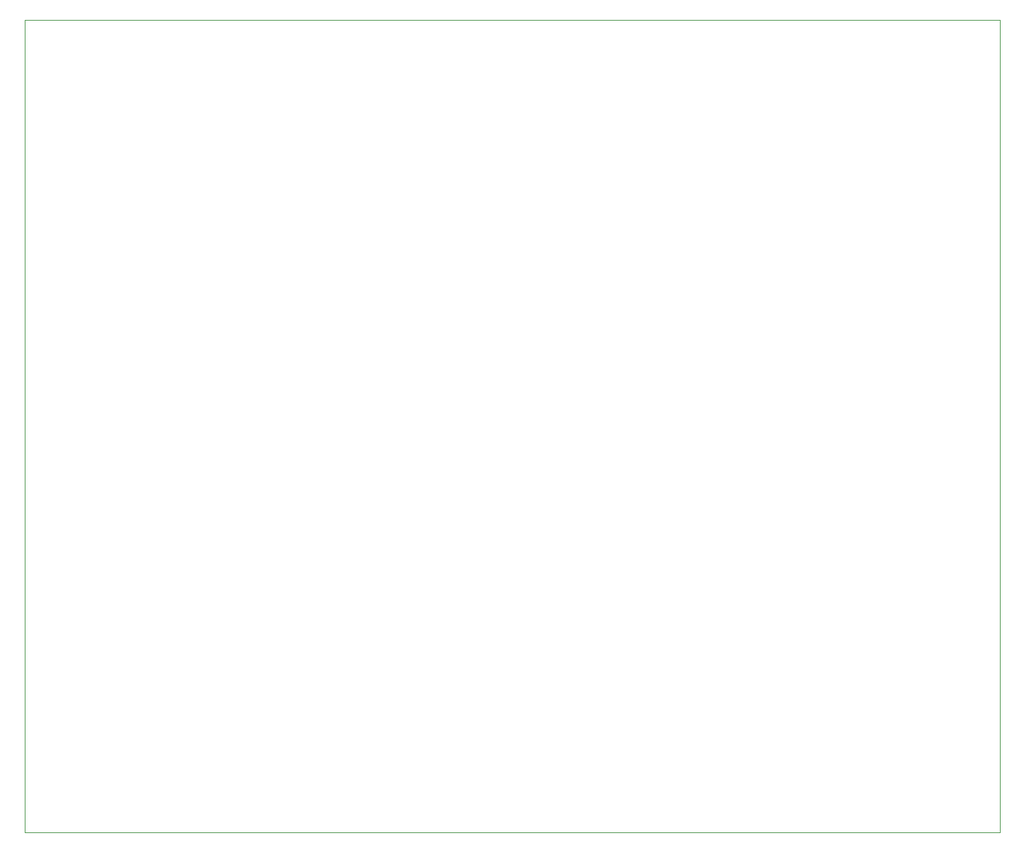
<source format=gbr>
G04 #@! TF.FileFunction,Profile,NP*
%FSLAX46Y46*%
G04 Gerber Fmt 4.6, Leading zero omitted, Abs format (unit mm)*
G04 Created by KiCad (PCBNEW 4.0.4+dfsg1-stable) date Sun Aug 20 17:43:16 2017*
%MOMM*%
%LPD*%
G01*
G04 APERTURE LIST*
%ADD10C,0.100000*%
%ADD11C,0.025000*%
G04 APERTURE END LIST*
D10*
D11*
X200000000Y-150000000D02*
X80000000Y-150000000D01*
X80000000Y-150000000D02*
X80000000Y-50000000D01*
X80000000Y-50000000D02*
X200000000Y-50000000D01*
X200000000Y-50000000D02*
X200000000Y-150000000D01*
M02*

</source>
